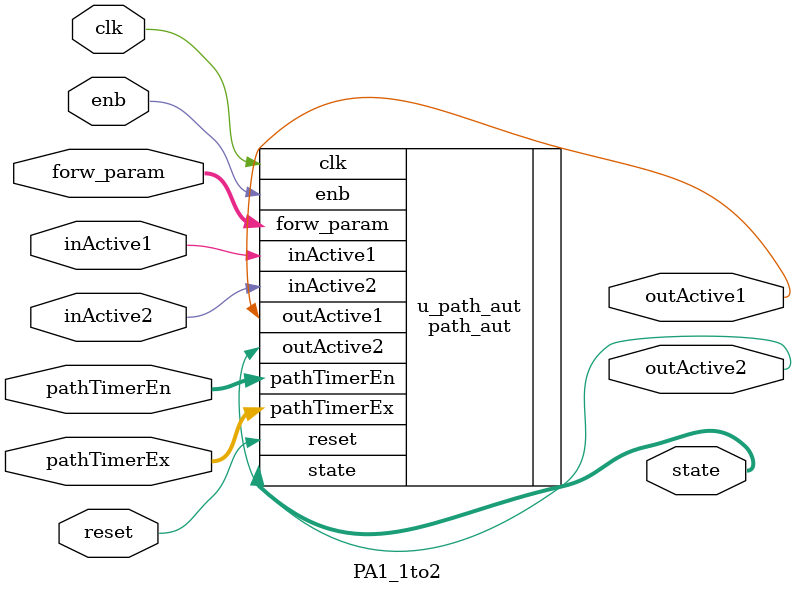
<source format=v>



`timescale 1 ns / 1 ns

module PA1_1to2
          (clk,
           reset,
           enb,
           inActive1,
           inActive2,
           pathTimerEn,
           pathTimerEx,
           forw_param,
           outActive1,
           outActive2,
           state);


  input   clk;
  input   reset;
  input   enb;
  input   inActive1;
  input   inActive2;
  input   [15:0] pathTimerEn;  // uint16
  input   [15:0] pathTimerEx;  // uint16
  input   [15:0] forw_param;  // uint16
  output  outActive1;
  output  outActive2;
  output  [7:0] state;  // uint8




  path_aut u_path_aut (.clk(clk),
                       .reset(reset),
                       .enb(enb),
                       .inActive1(inActive1),
                       .inActive2(inActive2),
                       .forw_param(forw_param),  // uint16
                       .pathTimerEn(pathTimerEn),  // uint16
                       .pathTimerEx(pathTimerEx),  // uint16
                       .outActive1(outActive1),
                       .outActive2(outActive2),
                       .state(state)  // uint8
                       );

endmodule  // PA1_1to2


</source>
